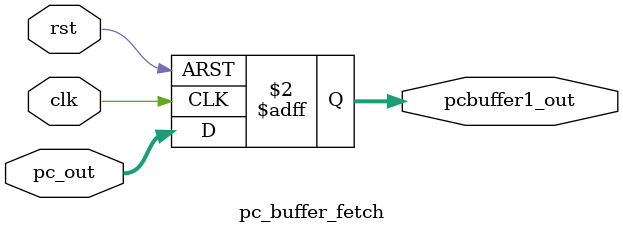
<source format=sv>
/*
 * Author: A.G. Hasan Zarook
 * University: University of Engineering and Technology, Lahore
 * Project: RISCV Pipeline Architecture
 * Date: 11th December 2024
 */
module pc_buffer_fetch
(
    input  logic        clk,
    input  logic        rst,
    input  logic [31:0] pc_out,       // Input from the main PC
    output logic [31:0] pcbuffer1_out       // Output to Decode stage
);
    always_ff @(posedge clk or posedge rst)
    begin
        if (rst)
            pcbuffer1_out <= 32'b0;         // Reset value
        else
            pcbuffer1_out <= pc_out;         // Pass PC to Decode stage
    end
endmodule
</source>
